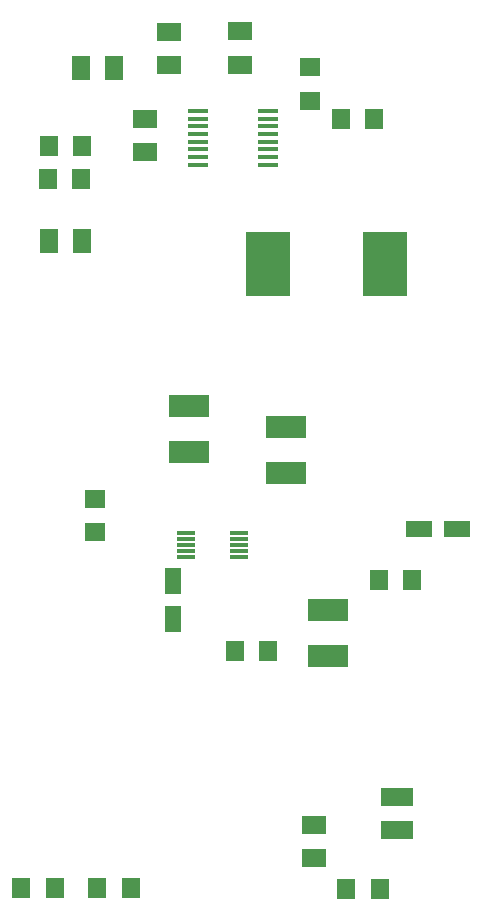
<source format=gbr>
G04 EAGLE Gerber RS-274X export*
G75*
%MOMM*%
%FSLAX34Y34*%
%LPD*%
%INSolderpaste Top*%
%IPPOS*%
%AMOC8*
5,1,8,0,0,1.08239X$1,22.5*%
G01*
%ADD10R,3.400000X1.900000*%
%ADD11R,2.700000X1.600000*%
%ADD12R,1.600000X1.800000*%
%ADD13R,1.800000X1.600000*%
%ADD14R,2.200000X1.400000*%
%ADD15R,1.400000X2.200000*%
%ADD16R,3.850000X5.500000*%
%ADD17R,1.600000X1.803000*%
%ADD18R,1.600000X2.000000*%
%ADD19R,2.000000X1.600000*%
%ADD20R,1.600000X0.300000*%
%ADD21R,1.780000X0.420000*%


D10*
X252400Y428900D03*
X252400Y389900D03*
D11*
X428300Y97900D03*
X428300Y69900D03*
D12*
X319300Y221500D03*
X291300Y221500D03*
D13*
X172500Y350100D03*
X172500Y322100D03*
D14*
X478900Y324700D03*
X446900Y324700D03*
D15*
X238700Y248600D03*
X238700Y280600D03*
D12*
X440900Y281500D03*
X412900Y281500D03*
D13*
X355000Y715300D03*
X355000Y687300D03*
D12*
X408500Y671500D03*
X380500Y671500D03*
X161300Y649000D03*
X133300Y649000D03*
X160800Y621000D03*
X132800Y621000D03*
D10*
X334400Y410900D03*
X334400Y371900D03*
X369600Y216600D03*
X369600Y255600D03*
D16*
X418550Y548800D03*
X319050Y548800D03*
D17*
X109880Y20800D03*
X138320Y20800D03*
X174380Y20800D03*
X202820Y20800D03*
D18*
X133900Y568500D03*
X161900Y568500D03*
D19*
X235000Y717700D03*
X235000Y745700D03*
X295000Y745800D03*
X295000Y717800D03*
X215000Y671800D03*
X215000Y643800D03*
D18*
X160700Y715000D03*
X188700Y715000D03*
D20*
X294400Y300900D03*
X294400Y305900D03*
X294400Y310900D03*
X294400Y315900D03*
X294400Y320900D03*
X249400Y320900D03*
X249400Y315900D03*
X249400Y310900D03*
X249400Y305900D03*
X249400Y300900D03*
D21*
X318900Y633050D03*
X318900Y639550D03*
X318900Y646050D03*
X318900Y652550D03*
X318900Y659050D03*
X318900Y665550D03*
X318900Y672050D03*
X318900Y678550D03*
X259500Y678550D03*
X259500Y672050D03*
X259500Y665550D03*
X259500Y659050D03*
X259500Y652550D03*
X259500Y646050D03*
X259500Y639550D03*
X259500Y633050D03*
D19*
X358100Y45600D03*
X358100Y73600D03*
D17*
X385380Y19400D03*
X413820Y19400D03*
M02*

</source>
